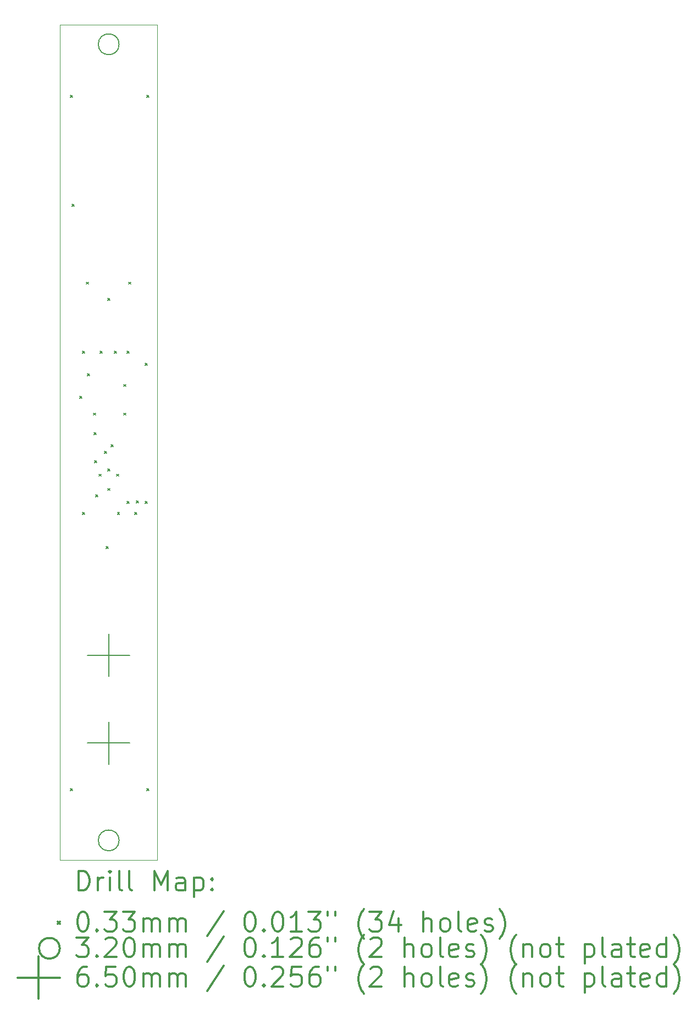
<source format=gbr>
%FSLAX45Y45*%
G04 Gerber Fmt 4.5, Leading zero omitted, Abs format (unit mm)*
G04 Created by KiCad (PCBNEW (5.0.0-rc2-dev-444-g2974a2c10)) date 11/01/19 17:22:59*
%MOMM*%
%LPD*%
G01*
G04 APERTURE LIST*
%ADD10C,0.080000*%
%ADD11C,0.200000*%
%ADD12C,0.300000*%
G04 APERTURE END LIST*
D10*
X8500000Y-15850000D02*
X8500000Y-3000000D01*
X10000000Y-15850000D02*
X8500000Y-15850000D01*
X10000000Y-3000000D02*
X10000000Y-15850000D01*
X8500000Y-3000000D02*
X10000000Y-3000000D01*
D11*
X8658490Y-4087490D02*
X8691510Y-4120510D01*
X8691510Y-4087490D02*
X8658490Y-4120510D01*
X8658490Y-14755490D02*
X8691510Y-14788510D01*
X8691510Y-14755490D02*
X8658490Y-14788510D01*
X8683490Y-5758490D02*
X8716510Y-5791510D01*
X8716510Y-5758490D02*
X8683490Y-5791510D01*
X8803490Y-8713490D02*
X8836510Y-8746510D01*
X8836510Y-8713490D02*
X8803490Y-8746510D01*
X8843250Y-8023490D02*
X8876270Y-8056510D01*
X8876270Y-8023490D02*
X8843250Y-8056510D01*
X8843490Y-10503490D02*
X8876510Y-10536510D01*
X8876510Y-10503490D02*
X8843490Y-10536510D01*
X8908490Y-6958490D02*
X8941510Y-6991510D01*
X8941510Y-6958490D02*
X8908490Y-6991510D01*
X8924290Y-8365490D02*
X8957310Y-8398510D01*
X8957310Y-8365490D02*
X8924290Y-8398510D01*
X9013490Y-8973490D02*
X9046510Y-9006510D01*
X9046510Y-8973490D02*
X9013490Y-9006510D01*
X9023490Y-9273490D02*
X9056510Y-9306510D01*
X9056510Y-9273490D02*
X9023490Y-9306510D01*
X9033490Y-9708490D02*
X9066510Y-9741510D01*
X9066510Y-9708490D02*
X9033490Y-9741510D01*
X9051290Y-10232390D02*
X9084310Y-10265410D01*
X9084310Y-10232390D02*
X9051290Y-10265410D01*
X9103490Y-9913490D02*
X9136510Y-9946510D01*
X9136510Y-9913490D02*
X9103490Y-9946510D01*
X9113490Y-8023490D02*
X9146510Y-8056510D01*
X9146510Y-8023490D02*
X9113490Y-8056510D01*
X9183490Y-9558490D02*
X9216510Y-9591510D01*
X9216510Y-9558490D02*
X9183490Y-9591510D01*
X9213490Y-11023490D02*
X9246510Y-11056510D01*
X9246510Y-11023490D02*
X9213490Y-11056510D01*
X9233490Y-7208490D02*
X9266510Y-7241510D01*
X9266510Y-7208490D02*
X9233490Y-7241510D01*
X9233490Y-9833490D02*
X9266510Y-9866510D01*
X9266510Y-9833490D02*
X9233490Y-9866510D01*
X9233490Y-10133490D02*
X9266510Y-10166510D01*
X9266510Y-10133490D02*
X9233490Y-10166510D01*
X9283490Y-9458490D02*
X9316510Y-9491510D01*
X9316510Y-9458490D02*
X9283490Y-9491510D01*
X9333490Y-8023490D02*
X9366510Y-8056510D01*
X9366510Y-8023490D02*
X9333490Y-8056510D01*
X9373490Y-9913490D02*
X9406510Y-9946510D01*
X9406510Y-9913490D02*
X9373490Y-9946510D01*
X9383490Y-10503490D02*
X9416510Y-10536510D01*
X9416510Y-10503490D02*
X9383490Y-10536510D01*
X9483490Y-8533490D02*
X9516510Y-8566510D01*
X9516510Y-8533490D02*
X9483490Y-8566510D01*
X9483490Y-8973490D02*
X9516510Y-9006510D01*
X9516510Y-8973490D02*
X9483490Y-9006510D01*
X9533490Y-8023490D02*
X9566510Y-8056510D01*
X9566510Y-8023490D02*
X9533490Y-8056510D01*
X9533490Y-10333490D02*
X9566510Y-10366510D01*
X9566510Y-10333490D02*
X9533490Y-10366510D01*
X9558490Y-6958490D02*
X9591510Y-6991510D01*
X9591510Y-6958490D02*
X9558490Y-6991510D01*
X9653490Y-10503490D02*
X9686510Y-10536510D01*
X9686510Y-10503490D02*
X9653490Y-10536510D01*
X9673490Y-10323490D02*
X9706510Y-10356510D01*
X9706510Y-10323490D02*
X9673490Y-10356510D01*
X9808490Y-8208490D02*
X9841510Y-8241510D01*
X9841510Y-8208490D02*
X9808490Y-8241510D01*
X9808490Y-10333490D02*
X9841510Y-10366510D01*
X9841510Y-10333490D02*
X9808490Y-10366510D01*
X9833490Y-4087490D02*
X9866510Y-4120510D01*
X9866510Y-4087490D02*
X9833490Y-4120510D01*
X9833490Y-14755490D02*
X9866510Y-14788510D01*
X9866510Y-14755490D02*
X9833490Y-14788510D01*
X9410000Y-15550000D02*
G75*
G03X9410000Y-15550000I-160000J0D01*
G01*
X9410000Y-3300000D02*
G75*
G03X9410000Y-3300000I-160000J0D01*
G01*
X9250000Y-12375000D02*
X9250000Y-13025000D01*
X8925000Y-12700000D02*
X9575000Y-12700000D01*
X9250000Y-13725000D02*
X9250000Y-14375000D01*
X8925000Y-14050000D02*
X9575000Y-14050000D01*
D12*
X8782428Y-16319714D02*
X8782428Y-16019714D01*
X8853857Y-16019714D01*
X8896714Y-16034000D01*
X8925286Y-16062571D01*
X8939571Y-16091143D01*
X8953857Y-16148286D01*
X8953857Y-16191143D01*
X8939571Y-16248286D01*
X8925286Y-16276857D01*
X8896714Y-16305429D01*
X8853857Y-16319714D01*
X8782428Y-16319714D01*
X9082428Y-16319714D02*
X9082428Y-16119714D01*
X9082428Y-16176857D02*
X9096714Y-16148286D01*
X9111000Y-16134000D01*
X9139571Y-16119714D01*
X9168143Y-16119714D01*
X9268143Y-16319714D02*
X9268143Y-16119714D01*
X9268143Y-16019714D02*
X9253857Y-16034000D01*
X9268143Y-16048286D01*
X9282428Y-16034000D01*
X9268143Y-16019714D01*
X9268143Y-16048286D01*
X9453857Y-16319714D02*
X9425286Y-16305429D01*
X9411000Y-16276857D01*
X9411000Y-16019714D01*
X9611000Y-16319714D02*
X9582428Y-16305429D01*
X9568143Y-16276857D01*
X9568143Y-16019714D01*
X9953857Y-16319714D02*
X9953857Y-16019714D01*
X10053857Y-16234000D01*
X10153857Y-16019714D01*
X10153857Y-16319714D01*
X10425286Y-16319714D02*
X10425286Y-16162571D01*
X10411000Y-16134000D01*
X10382428Y-16119714D01*
X10325286Y-16119714D01*
X10296714Y-16134000D01*
X10425286Y-16305429D02*
X10396714Y-16319714D01*
X10325286Y-16319714D01*
X10296714Y-16305429D01*
X10282428Y-16276857D01*
X10282428Y-16248286D01*
X10296714Y-16219714D01*
X10325286Y-16205429D01*
X10396714Y-16205429D01*
X10425286Y-16191143D01*
X10568143Y-16119714D02*
X10568143Y-16419714D01*
X10568143Y-16134000D02*
X10596714Y-16119714D01*
X10653857Y-16119714D01*
X10682428Y-16134000D01*
X10696714Y-16148286D01*
X10711000Y-16176857D01*
X10711000Y-16262571D01*
X10696714Y-16291143D01*
X10682428Y-16305429D01*
X10653857Y-16319714D01*
X10596714Y-16319714D01*
X10568143Y-16305429D01*
X10839571Y-16291143D02*
X10853857Y-16305429D01*
X10839571Y-16319714D01*
X10825286Y-16305429D01*
X10839571Y-16291143D01*
X10839571Y-16319714D01*
X10839571Y-16134000D02*
X10853857Y-16148286D01*
X10839571Y-16162571D01*
X10825286Y-16148286D01*
X10839571Y-16134000D01*
X10839571Y-16162571D01*
X8462980Y-16797490D02*
X8496000Y-16830510D01*
X8496000Y-16797490D02*
X8462980Y-16830510D01*
X8839571Y-16649714D02*
X8868143Y-16649714D01*
X8896714Y-16664000D01*
X8911000Y-16678286D01*
X8925286Y-16706857D01*
X8939571Y-16764000D01*
X8939571Y-16835429D01*
X8925286Y-16892572D01*
X8911000Y-16921143D01*
X8896714Y-16935429D01*
X8868143Y-16949714D01*
X8839571Y-16949714D01*
X8811000Y-16935429D01*
X8796714Y-16921143D01*
X8782428Y-16892572D01*
X8768143Y-16835429D01*
X8768143Y-16764000D01*
X8782428Y-16706857D01*
X8796714Y-16678286D01*
X8811000Y-16664000D01*
X8839571Y-16649714D01*
X9068143Y-16921143D02*
X9082428Y-16935429D01*
X9068143Y-16949714D01*
X9053857Y-16935429D01*
X9068143Y-16921143D01*
X9068143Y-16949714D01*
X9182428Y-16649714D02*
X9368143Y-16649714D01*
X9268143Y-16764000D01*
X9311000Y-16764000D01*
X9339571Y-16778286D01*
X9353857Y-16792572D01*
X9368143Y-16821143D01*
X9368143Y-16892572D01*
X9353857Y-16921143D01*
X9339571Y-16935429D01*
X9311000Y-16949714D01*
X9225286Y-16949714D01*
X9196714Y-16935429D01*
X9182428Y-16921143D01*
X9468143Y-16649714D02*
X9653857Y-16649714D01*
X9553857Y-16764000D01*
X9596714Y-16764000D01*
X9625286Y-16778286D01*
X9639571Y-16792572D01*
X9653857Y-16821143D01*
X9653857Y-16892572D01*
X9639571Y-16921143D01*
X9625286Y-16935429D01*
X9596714Y-16949714D01*
X9511000Y-16949714D01*
X9482428Y-16935429D01*
X9468143Y-16921143D01*
X9782428Y-16949714D02*
X9782428Y-16749714D01*
X9782428Y-16778286D02*
X9796714Y-16764000D01*
X9825286Y-16749714D01*
X9868143Y-16749714D01*
X9896714Y-16764000D01*
X9911000Y-16792572D01*
X9911000Y-16949714D01*
X9911000Y-16792572D02*
X9925286Y-16764000D01*
X9953857Y-16749714D01*
X9996714Y-16749714D01*
X10025286Y-16764000D01*
X10039571Y-16792572D01*
X10039571Y-16949714D01*
X10182428Y-16949714D02*
X10182428Y-16749714D01*
X10182428Y-16778286D02*
X10196714Y-16764000D01*
X10225286Y-16749714D01*
X10268143Y-16749714D01*
X10296714Y-16764000D01*
X10311000Y-16792572D01*
X10311000Y-16949714D01*
X10311000Y-16792572D02*
X10325286Y-16764000D01*
X10353857Y-16749714D01*
X10396714Y-16749714D01*
X10425286Y-16764000D01*
X10439571Y-16792572D01*
X10439571Y-16949714D01*
X11025286Y-16635429D02*
X10768143Y-17021143D01*
X11411000Y-16649714D02*
X11439571Y-16649714D01*
X11468143Y-16664000D01*
X11482428Y-16678286D01*
X11496714Y-16706857D01*
X11511000Y-16764000D01*
X11511000Y-16835429D01*
X11496714Y-16892572D01*
X11482428Y-16921143D01*
X11468143Y-16935429D01*
X11439571Y-16949714D01*
X11411000Y-16949714D01*
X11382428Y-16935429D01*
X11368143Y-16921143D01*
X11353857Y-16892572D01*
X11339571Y-16835429D01*
X11339571Y-16764000D01*
X11353857Y-16706857D01*
X11368143Y-16678286D01*
X11382428Y-16664000D01*
X11411000Y-16649714D01*
X11639571Y-16921143D02*
X11653857Y-16935429D01*
X11639571Y-16949714D01*
X11625286Y-16935429D01*
X11639571Y-16921143D01*
X11639571Y-16949714D01*
X11839571Y-16649714D02*
X11868143Y-16649714D01*
X11896714Y-16664000D01*
X11911000Y-16678286D01*
X11925286Y-16706857D01*
X11939571Y-16764000D01*
X11939571Y-16835429D01*
X11925286Y-16892572D01*
X11911000Y-16921143D01*
X11896714Y-16935429D01*
X11868143Y-16949714D01*
X11839571Y-16949714D01*
X11811000Y-16935429D01*
X11796714Y-16921143D01*
X11782428Y-16892572D01*
X11768143Y-16835429D01*
X11768143Y-16764000D01*
X11782428Y-16706857D01*
X11796714Y-16678286D01*
X11811000Y-16664000D01*
X11839571Y-16649714D01*
X12225286Y-16949714D02*
X12053857Y-16949714D01*
X12139571Y-16949714D02*
X12139571Y-16649714D01*
X12111000Y-16692571D01*
X12082428Y-16721143D01*
X12053857Y-16735429D01*
X12325286Y-16649714D02*
X12511000Y-16649714D01*
X12411000Y-16764000D01*
X12453857Y-16764000D01*
X12482428Y-16778286D01*
X12496714Y-16792572D01*
X12511000Y-16821143D01*
X12511000Y-16892572D01*
X12496714Y-16921143D01*
X12482428Y-16935429D01*
X12453857Y-16949714D01*
X12368143Y-16949714D01*
X12339571Y-16935429D01*
X12325286Y-16921143D01*
X12625286Y-16649714D02*
X12625286Y-16706857D01*
X12739571Y-16649714D02*
X12739571Y-16706857D01*
X13182428Y-17064000D02*
X13168143Y-17049714D01*
X13139571Y-17006857D01*
X13125286Y-16978286D01*
X13111000Y-16935429D01*
X13096714Y-16864000D01*
X13096714Y-16806857D01*
X13111000Y-16735429D01*
X13125286Y-16692571D01*
X13139571Y-16664000D01*
X13168143Y-16621143D01*
X13182428Y-16606857D01*
X13268143Y-16649714D02*
X13453857Y-16649714D01*
X13353857Y-16764000D01*
X13396714Y-16764000D01*
X13425286Y-16778286D01*
X13439571Y-16792572D01*
X13453857Y-16821143D01*
X13453857Y-16892572D01*
X13439571Y-16921143D01*
X13425286Y-16935429D01*
X13396714Y-16949714D01*
X13311000Y-16949714D01*
X13282428Y-16935429D01*
X13268143Y-16921143D01*
X13711000Y-16749714D02*
X13711000Y-16949714D01*
X13639571Y-16635429D02*
X13568143Y-16849714D01*
X13753857Y-16849714D01*
X14096714Y-16949714D02*
X14096714Y-16649714D01*
X14225286Y-16949714D02*
X14225286Y-16792572D01*
X14211000Y-16764000D01*
X14182428Y-16749714D01*
X14139571Y-16749714D01*
X14111000Y-16764000D01*
X14096714Y-16778286D01*
X14411000Y-16949714D02*
X14382428Y-16935429D01*
X14368143Y-16921143D01*
X14353857Y-16892572D01*
X14353857Y-16806857D01*
X14368143Y-16778286D01*
X14382428Y-16764000D01*
X14411000Y-16749714D01*
X14453857Y-16749714D01*
X14482428Y-16764000D01*
X14496714Y-16778286D01*
X14511000Y-16806857D01*
X14511000Y-16892572D01*
X14496714Y-16921143D01*
X14482428Y-16935429D01*
X14453857Y-16949714D01*
X14411000Y-16949714D01*
X14682428Y-16949714D02*
X14653857Y-16935429D01*
X14639571Y-16906857D01*
X14639571Y-16649714D01*
X14911000Y-16935429D02*
X14882428Y-16949714D01*
X14825286Y-16949714D01*
X14796714Y-16935429D01*
X14782428Y-16906857D01*
X14782428Y-16792572D01*
X14796714Y-16764000D01*
X14825286Y-16749714D01*
X14882428Y-16749714D01*
X14911000Y-16764000D01*
X14925286Y-16792572D01*
X14925286Y-16821143D01*
X14782428Y-16849714D01*
X15039571Y-16935429D02*
X15068143Y-16949714D01*
X15125286Y-16949714D01*
X15153857Y-16935429D01*
X15168143Y-16906857D01*
X15168143Y-16892572D01*
X15153857Y-16864000D01*
X15125286Y-16849714D01*
X15082428Y-16849714D01*
X15053857Y-16835429D01*
X15039571Y-16806857D01*
X15039571Y-16792572D01*
X15053857Y-16764000D01*
X15082428Y-16749714D01*
X15125286Y-16749714D01*
X15153857Y-16764000D01*
X15268143Y-17064000D02*
X15282428Y-17049714D01*
X15311000Y-17006857D01*
X15325286Y-16978286D01*
X15339571Y-16935429D01*
X15353857Y-16864000D01*
X15353857Y-16806857D01*
X15339571Y-16735429D01*
X15325286Y-16692571D01*
X15311000Y-16664000D01*
X15282428Y-16621143D01*
X15268143Y-16606857D01*
X8496000Y-17210000D02*
G75*
G03X8496000Y-17210000I-160000J0D01*
G01*
X8753857Y-17045714D02*
X8939571Y-17045714D01*
X8839571Y-17160000D01*
X8882428Y-17160000D01*
X8911000Y-17174286D01*
X8925286Y-17188572D01*
X8939571Y-17217143D01*
X8939571Y-17288572D01*
X8925286Y-17317143D01*
X8911000Y-17331429D01*
X8882428Y-17345714D01*
X8796714Y-17345714D01*
X8768143Y-17331429D01*
X8753857Y-17317143D01*
X9068143Y-17317143D02*
X9082428Y-17331429D01*
X9068143Y-17345714D01*
X9053857Y-17331429D01*
X9068143Y-17317143D01*
X9068143Y-17345714D01*
X9196714Y-17074286D02*
X9211000Y-17060000D01*
X9239571Y-17045714D01*
X9311000Y-17045714D01*
X9339571Y-17060000D01*
X9353857Y-17074286D01*
X9368143Y-17102857D01*
X9368143Y-17131429D01*
X9353857Y-17174286D01*
X9182428Y-17345714D01*
X9368143Y-17345714D01*
X9553857Y-17045714D02*
X9582428Y-17045714D01*
X9611000Y-17060000D01*
X9625286Y-17074286D01*
X9639571Y-17102857D01*
X9653857Y-17160000D01*
X9653857Y-17231429D01*
X9639571Y-17288572D01*
X9625286Y-17317143D01*
X9611000Y-17331429D01*
X9582428Y-17345714D01*
X9553857Y-17345714D01*
X9525286Y-17331429D01*
X9511000Y-17317143D01*
X9496714Y-17288572D01*
X9482428Y-17231429D01*
X9482428Y-17160000D01*
X9496714Y-17102857D01*
X9511000Y-17074286D01*
X9525286Y-17060000D01*
X9553857Y-17045714D01*
X9782428Y-17345714D02*
X9782428Y-17145714D01*
X9782428Y-17174286D02*
X9796714Y-17160000D01*
X9825286Y-17145714D01*
X9868143Y-17145714D01*
X9896714Y-17160000D01*
X9911000Y-17188572D01*
X9911000Y-17345714D01*
X9911000Y-17188572D02*
X9925286Y-17160000D01*
X9953857Y-17145714D01*
X9996714Y-17145714D01*
X10025286Y-17160000D01*
X10039571Y-17188572D01*
X10039571Y-17345714D01*
X10182428Y-17345714D02*
X10182428Y-17145714D01*
X10182428Y-17174286D02*
X10196714Y-17160000D01*
X10225286Y-17145714D01*
X10268143Y-17145714D01*
X10296714Y-17160000D01*
X10311000Y-17188572D01*
X10311000Y-17345714D01*
X10311000Y-17188572D02*
X10325286Y-17160000D01*
X10353857Y-17145714D01*
X10396714Y-17145714D01*
X10425286Y-17160000D01*
X10439571Y-17188572D01*
X10439571Y-17345714D01*
X11025286Y-17031429D02*
X10768143Y-17417143D01*
X11411000Y-17045714D02*
X11439571Y-17045714D01*
X11468143Y-17060000D01*
X11482428Y-17074286D01*
X11496714Y-17102857D01*
X11511000Y-17160000D01*
X11511000Y-17231429D01*
X11496714Y-17288572D01*
X11482428Y-17317143D01*
X11468143Y-17331429D01*
X11439571Y-17345714D01*
X11411000Y-17345714D01*
X11382428Y-17331429D01*
X11368143Y-17317143D01*
X11353857Y-17288572D01*
X11339571Y-17231429D01*
X11339571Y-17160000D01*
X11353857Y-17102857D01*
X11368143Y-17074286D01*
X11382428Y-17060000D01*
X11411000Y-17045714D01*
X11639571Y-17317143D02*
X11653857Y-17331429D01*
X11639571Y-17345714D01*
X11625286Y-17331429D01*
X11639571Y-17317143D01*
X11639571Y-17345714D01*
X11939571Y-17345714D02*
X11768143Y-17345714D01*
X11853857Y-17345714D02*
X11853857Y-17045714D01*
X11825286Y-17088572D01*
X11796714Y-17117143D01*
X11768143Y-17131429D01*
X12053857Y-17074286D02*
X12068143Y-17060000D01*
X12096714Y-17045714D01*
X12168143Y-17045714D01*
X12196714Y-17060000D01*
X12211000Y-17074286D01*
X12225286Y-17102857D01*
X12225286Y-17131429D01*
X12211000Y-17174286D01*
X12039571Y-17345714D01*
X12225286Y-17345714D01*
X12482428Y-17045714D02*
X12425286Y-17045714D01*
X12396714Y-17060000D01*
X12382428Y-17074286D01*
X12353857Y-17117143D01*
X12339571Y-17174286D01*
X12339571Y-17288572D01*
X12353857Y-17317143D01*
X12368143Y-17331429D01*
X12396714Y-17345714D01*
X12453857Y-17345714D01*
X12482428Y-17331429D01*
X12496714Y-17317143D01*
X12511000Y-17288572D01*
X12511000Y-17217143D01*
X12496714Y-17188572D01*
X12482428Y-17174286D01*
X12453857Y-17160000D01*
X12396714Y-17160000D01*
X12368143Y-17174286D01*
X12353857Y-17188572D01*
X12339571Y-17217143D01*
X12625286Y-17045714D02*
X12625286Y-17102857D01*
X12739571Y-17045714D02*
X12739571Y-17102857D01*
X13182428Y-17460000D02*
X13168143Y-17445714D01*
X13139571Y-17402857D01*
X13125286Y-17374286D01*
X13111000Y-17331429D01*
X13096714Y-17260000D01*
X13096714Y-17202857D01*
X13111000Y-17131429D01*
X13125286Y-17088572D01*
X13139571Y-17060000D01*
X13168143Y-17017143D01*
X13182428Y-17002857D01*
X13282428Y-17074286D02*
X13296714Y-17060000D01*
X13325286Y-17045714D01*
X13396714Y-17045714D01*
X13425286Y-17060000D01*
X13439571Y-17074286D01*
X13453857Y-17102857D01*
X13453857Y-17131429D01*
X13439571Y-17174286D01*
X13268143Y-17345714D01*
X13453857Y-17345714D01*
X13811000Y-17345714D02*
X13811000Y-17045714D01*
X13939571Y-17345714D02*
X13939571Y-17188572D01*
X13925286Y-17160000D01*
X13896714Y-17145714D01*
X13853857Y-17145714D01*
X13825286Y-17160000D01*
X13811000Y-17174286D01*
X14125286Y-17345714D02*
X14096714Y-17331429D01*
X14082428Y-17317143D01*
X14068143Y-17288572D01*
X14068143Y-17202857D01*
X14082428Y-17174286D01*
X14096714Y-17160000D01*
X14125286Y-17145714D01*
X14168143Y-17145714D01*
X14196714Y-17160000D01*
X14211000Y-17174286D01*
X14225286Y-17202857D01*
X14225286Y-17288572D01*
X14211000Y-17317143D01*
X14196714Y-17331429D01*
X14168143Y-17345714D01*
X14125286Y-17345714D01*
X14396714Y-17345714D02*
X14368143Y-17331429D01*
X14353857Y-17302857D01*
X14353857Y-17045714D01*
X14625286Y-17331429D02*
X14596714Y-17345714D01*
X14539571Y-17345714D01*
X14511000Y-17331429D01*
X14496714Y-17302857D01*
X14496714Y-17188572D01*
X14511000Y-17160000D01*
X14539571Y-17145714D01*
X14596714Y-17145714D01*
X14625286Y-17160000D01*
X14639571Y-17188572D01*
X14639571Y-17217143D01*
X14496714Y-17245714D01*
X14753857Y-17331429D02*
X14782428Y-17345714D01*
X14839571Y-17345714D01*
X14868143Y-17331429D01*
X14882428Y-17302857D01*
X14882428Y-17288572D01*
X14868143Y-17260000D01*
X14839571Y-17245714D01*
X14796714Y-17245714D01*
X14768143Y-17231429D01*
X14753857Y-17202857D01*
X14753857Y-17188572D01*
X14768143Y-17160000D01*
X14796714Y-17145714D01*
X14839571Y-17145714D01*
X14868143Y-17160000D01*
X14982428Y-17460000D02*
X14996714Y-17445714D01*
X15025286Y-17402857D01*
X15039571Y-17374286D01*
X15053857Y-17331429D01*
X15068143Y-17260000D01*
X15068143Y-17202857D01*
X15053857Y-17131429D01*
X15039571Y-17088572D01*
X15025286Y-17060000D01*
X14996714Y-17017143D01*
X14982428Y-17002857D01*
X15525286Y-17460000D02*
X15511000Y-17445714D01*
X15482428Y-17402857D01*
X15468143Y-17374286D01*
X15453857Y-17331429D01*
X15439571Y-17260000D01*
X15439571Y-17202857D01*
X15453857Y-17131429D01*
X15468143Y-17088572D01*
X15482428Y-17060000D01*
X15511000Y-17017143D01*
X15525286Y-17002857D01*
X15639571Y-17145714D02*
X15639571Y-17345714D01*
X15639571Y-17174286D02*
X15653857Y-17160000D01*
X15682428Y-17145714D01*
X15725286Y-17145714D01*
X15753857Y-17160000D01*
X15768143Y-17188572D01*
X15768143Y-17345714D01*
X15953857Y-17345714D02*
X15925286Y-17331429D01*
X15911000Y-17317143D01*
X15896714Y-17288572D01*
X15896714Y-17202857D01*
X15911000Y-17174286D01*
X15925286Y-17160000D01*
X15953857Y-17145714D01*
X15996714Y-17145714D01*
X16025286Y-17160000D01*
X16039571Y-17174286D01*
X16053857Y-17202857D01*
X16053857Y-17288572D01*
X16039571Y-17317143D01*
X16025286Y-17331429D01*
X15996714Y-17345714D01*
X15953857Y-17345714D01*
X16139571Y-17145714D02*
X16253857Y-17145714D01*
X16182428Y-17045714D02*
X16182428Y-17302857D01*
X16196714Y-17331429D01*
X16225286Y-17345714D01*
X16253857Y-17345714D01*
X16582428Y-17145714D02*
X16582428Y-17445714D01*
X16582428Y-17160000D02*
X16611000Y-17145714D01*
X16668143Y-17145714D01*
X16696714Y-17160000D01*
X16711000Y-17174286D01*
X16725286Y-17202857D01*
X16725286Y-17288572D01*
X16711000Y-17317143D01*
X16696714Y-17331429D01*
X16668143Y-17345714D01*
X16611000Y-17345714D01*
X16582428Y-17331429D01*
X16896714Y-17345714D02*
X16868143Y-17331429D01*
X16853857Y-17302857D01*
X16853857Y-17045714D01*
X17139571Y-17345714D02*
X17139571Y-17188572D01*
X17125286Y-17160000D01*
X17096714Y-17145714D01*
X17039571Y-17145714D01*
X17011000Y-17160000D01*
X17139571Y-17331429D02*
X17111000Y-17345714D01*
X17039571Y-17345714D01*
X17011000Y-17331429D01*
X16996714Y-17302857D01*
X16996714Y-17274286D01*
X17011000Y-17245714D01*
X17039571Y-17231429D01*
X17111000Y-17231429D01*
X17139571Y-17217143D01*
X17239571Y-17145714D02*
X17353857Y-17145714D01*
X17282428Y-17045714D02*
X17282428Y-17302857D01*
X17296714Y-17331429D01*
X17325286Y-17345714D01*
X17353857Y-17345714D01*
X17568143Y-17331429D02*
X17539571Y-17345714D01*
X17482428Y-17345714D01*
X17453857Y-17331429D01*
X17439571Y-17302857D01*
X17439571Y-17188572D01*
X17453857Y-17160000D01*
X17482428Y-17145714D01*
X17539571Y-17145714D01*
X17568143Y-17160000D01*
X17582428Y-17188572D01*
X17582428Y-17217143D01*
X17439571Y-17245714D01*
X17839571Y-17345714D02*
X17839571Y-17045714D01*
X17839571Y-17331429D02*
X17811000Y-17345714D01*
X17753857Y-17345714D01*
X17725286Y-17331429D01*
X17711000Y-17317143D01*
X17696714Y-17288572D01*
X17696714Y-17202857D01*
X17711000Y-17174286D01*
X17725286Y-17160000D01*
X17753857Y-17145714D01*
X17811000Y-17145714D01*
X17839571Y-17160000D01*
X17953857Y-17460000D02*
X17968143Y-17445714D01*
X17996714Y-17402857D01*
X18011000Y-17374286D01*
X18025286Y-17331429D01*
X18039571Y-17260000D01*
X18039571Y-17202857D01*
X18025286Y-17131429D01*
X18011000Y-17088572D01*
X17996714Y-17060000D01*
X17968143Y-17017143D01*
X17953857Y-17002857D01*
X8171000Y-17335000D02*
X8171000Y-17985000D01*
X7846000Y-17660000D02*
X8496000Y-17660000D01*
X8911000Y-17495714D02*
X8853857Y-17495714D01*
X8825286Y-17510000D01*
X8811000Y-17524286D01*
X8782428Y-17567143D01*
X8768143Y-17624286D01*
X8768143Y-17738572D01*
X8782428Y-17767143D01*
X8796714Y-17781429D01*
X8825286Y-17795714D01*
X8882428Y-17795714D01*
X8911000Y-17781429D01*
X8925286Y-17767143D01*
X8939571Y-17738572D01*
X8939571Y-17667143D01*
X8925286Y-17638572D01*
X8911000Y-17624286D01*
X8882428Y-17610000D01*
X8825286Y-17610000D01*
X8796714Y-17624286D01*
X8782428Y-17638572D01*
X8768143Y-17667143D01*
X9068143Y-17767143D02*
X9082428Y-17781429D01*
X9068143Y-17795714D01*
X9053857Y-17781429D01*
X9068143Y-17767143D01*
X9068143Y-17795714D01*
X9353857Y-17495714D02*
X9211000Y-17495714D01*
X9196714Y-17638572D01*
X9211000Y-17624286D01*
X9239571Y-17610000D01*
X9311000Y-17610000D01*
X9339571Y-17624286D01*
X9353857Y-17638572D01*
X9368143Y-17667143D01*
X9368143Y-17738572D01*
X9353857Y-17767143D01*
X9339571Y-17781429D01*
X9311000Y-17795714D01*
X9239571Y-17795714D01*
X9211000Y-17781429D01*
X9196714Y-17767143D01*
X9553857Y-17495714D02*
X9582428Y-17495714D01*
X9611000Y-17510000D01*
X9625286Y-17524286D01*
X9639571Y-17552857D01*
X9653857Y-17610000D01*
X9653857Y-17681429D01*
X9639571Y-17738572D01*
X9625286Y-17767143D01*
X9611000Y-17781429D01*
X9582428Y-17795714D01*
X9553857Y-17795714D01*
X9525286Y-17781429D01*
X9511000Y-17767143D01*
X9496714Y-17738572D01*
X9482428Y-17681429D01*
X9482428Y-17610000D01*
X9496714Y-17552857D01*
X9511000Y-17524286D01*
X9525286Y-17510000D01*
X9553857Y-17495714D01*
X9782428Y-17795714D02*
X9782428Y-17595714D01*
X9782428Y-17624286D02*
X9796714Y-17610000D01*
X9825286Y-17595714D01*
X9868143Y-17595714D01*
X9896714Y-17610000D01*
X9911000Y-17638572D01*
X9911000Y-17795714D01*
X9911000Y-17638572D02*
X9925286Y-17610000D01*
X9953857Y-17595714D01*
X9996714Y-17595714D01*
X10025286Y-17610000D01*
X10039571Y-17638572D01*
X10039571Y-17795714D01*
X10182428Y-17795714D02*
X10182428Y-17595714D01*
X10182428Y-17624286D02*
X10196714Y-17610000D01*
X10225286Y-17595714D01*
X10268143Y-17595714D01*
X10296714Y-17610000D01*
X10311000Y-17638572D01*
X10311000Y-17795714D01*
X10311000Y-17638572D02*
X10325286Y-17610000D01*
X10353857Y-17595714D01*
X10396714Y-17595714D01*
X10425286Y-17610000D01*
X10439571Y-17638572D01*
X10439571Y-17795714D01*
X11025286Y-17481429D02*
X10768143Y-17867143D01*
X11411000Y-17495714D02*
X11439571Y-17495714D01*
X11468143Y-17510000D01*
X11482428Y-17524286D01*
X11496714Y-17552857D01*
X11511000Y-17610000D01*
X11511000Y-17681429D01*
X11496714Y-17738572D01*
X11482428Y-17767143D01*
X11468143Y-17781429D01*
X11439571Y-17795714D01*
X11411000Y-17795714D01*
X11382428Y-17781429D01*
X11368143Y-17767143D01*
X11353857Y-17738572D01*
X11339571Y-17681429D01*
X11339571Y-17610000D01*
X11353857Y-17552857D01*
X11368143Y-17524286D01*
X11382428Y-17510000D01*
X11411000Y-17495714D01*
X11639571Y-17767143D02*
X11653857Y-17781429D01*
X11639571Y-17795714D01*
X11625286Y-17781429D01*
X11639571Y-17767143D01*
X11639571Y-17795714D01*
X11768143Y-17524286D02*
X11782428Y-17510000D01*
X11811000Y-17495714D01*
X11882428Y-17495714D01*
X11911000Y-17510000D01*
X11925286Y-17524286D01*
X11939571Y-17552857D01*
X11939571Y-17581429D01*
X11925286Y-17624286D01*
X11753857Y-17795714D01*
X11939571Y-17795714D01*
X12211000Y-17495714D02*
X12068143Y-17495714D01*
X12053857Y-17638572D01*
X12068143Y-17624286D01*
X12096714Y-17610000D01*
X12168143Y-17610000D01*
X12196714Y-17624286D01*
X12211000Y-17638572D01*
X12225286Y-17667143D01*
X12225286Y-17738572D01*
X12211000Y-17767143D01*
X12196714Y-17781429D01*
X12168143Y-17795714D01*
X12096714Y-17795714D01*
X12068143Y-17781429D01*
X12053857Y-17767143D01*
X12482428Y-17495714D02*
X12425286Y-17495714D01*
X12396714Y-17510000D01*
X12382428Y-17524286D01*
X12353857Y-17567143D01*
X12339571Y-17624286D01*
X12339571Y-17738572D01*
X12353857Y-17767143D01*
X12368143Y-17781429D01*
X12396714Y-17795714D01*
X12453857Y-17795714D01*
X12482428Y-17781429D01*
X12496714Y-17767143D01*
X12511000Y-17738572D01*
X12511000Y-17667143D01*
X12496714Y-17638572D01*
X12482428Y-17624286D01*
X12453857Y-17610000D01*
X12396714Y-17610000D01*
X12368143Y-17624286D01*
X12353857Y-17638572D01*
X12339571Y-17667143D01*
X12625286Y-17495714D02*
X12625286Y-17552857D01*
X12739571Y-17495714D02*
X12739571Y-17552857D01*
X13182428Y-17910000D02*
X13168143Y-17895714D01*
X13139571Y-17852857D01*
X13125286Y-17824286D01*
X13111000Y-17781429D01*
X13096714Y-17710000D01*
X13096714Y-17652857D01*
X13111000Y-17581429D01*
X13125286Y-17538572D01*
X13139571Y-17510000D01*
X13168143Y-17467143D01*
X13182428Y-17452857D01*
X13282428Y-17524286D02*
X13296714Y-17510000D01*
X13325286Y-17495714D01*
X13396714Y-17495714D01*
X13425286Y-17510000D01*
X13439571Y-17524286D01*
X13453857Y-17552857D01*
X13453857Y-17581429D01*
X13439571Y-17624286D01*
X13268143Y-17795714D01*
X13453857Y-17795714D01*
X13811000Y-17795714D02*
X13811000Y-17495714D01*
X13939571Y-17795714D02*
X13939571Y-17638572D01*
X13925286Y-17610000D01*
X13896714Y-17595714D01*
X13853857Y-17595714D01*
X13825286Y-17610000D01*
X13811000Y-17624286D01*
X14125286Y-17795714D02*
X14096714Y-17781429D01*
X14082428Y-17767143D01*
X14068143Y-17738572D01*
X14068143Y-17652857D01*
X14082428Y-17624286D01*
X14096714Y-17610000D01*
X14125286Y-17595714D01*
X14168143Y-17595714D01*
X14196714Y-17610000D01*
X14211000Y-17624286D01*
X14225286Y-17652857D01*
X14225286Y-17738572D01*
X14211000Y-17767143D01*
X14196714Y-17781429D01*
X14168143Y-17795714D01*
X14125286Y-17795714D01*
X14396714Y-17795714D02*
X14368143Y-17781429D01*
X14353857Y-17752857D01*
X14353857Y-17495714D01*
X14625286Y-17781429D02*
X14596714Y-17795714D01*
X14539571Y-17795714D01*
X14511000Y-17781429D01*
X14496714Y-17752857D01*
X14496714Y-17638572D01*
X14511000Y-17610000D01*
X14539571Y-17595714D01*
X14596714Y-17595714D01*
X14625286Y-17610000D01*
X14639571Y-17638572D01*
X14639571Y-17667143D01*
X14496714Y-17695714D01*
X14753857Y-17781429D02*
X14782428Y-17795714D01*
X14839571Y-17795714D01*
X14868143Y-17781429D01*
X14882428Y-17752857D01*
X14882428Y-17738572D01*
X14868143Y-17710000D01*
X14839571Y-17695714D01*
X14796714Y-17695714D01*
X14768143Y-17681429D01*
X14753857Y-17652857D01*
X14753857Y-17638572D01*
X14768143Y-17610000D01*
X14796714Y-17595714D01*
X14839571Y-17595714D01*
X14868143Y-17610000D01*
X14982428Y-17910000D02*
X14996714Y-17895714D01*
X15025286Y-17852857D01*
X15039571Y-17824286D01*
X15053857Y-17781429D01*
X15068143Y-17710000D01*
X15068143Y-17652857D01*
X15053857Y-17581429D01*
X15039571Y-17538572D01*
X15025286Y-17510000D01*
X14996714Y-17467143D01*
X14982428Y-17452857D01*
X15525286Y-17910000D02*
X15511000Y-17895714D01*
X15482428Y-17852857D01*
X15468143Y-17824286D01*
X15453857Y-17781429D01*
X15439571Y-17710000D01*
X15439571Y-17652857D01*
X15453857Y-17581429D01*
X15468143Y-17538572D01*
X15482428Y-17510000D01*
X15511000Y-17467143D01*
X15525286Y-17452857D01*
X15639571Y-17595714D02*
X15639571Y-17795714D01*
X15639571Y-17624286D02*
X15653857Y-17610000D01*
X15682428Y-17595714D01*
X15725286Y-17595714D01*
X15753857Y-17610000D01*
X15768143Y-17638572D01*
X15768143Y-17795714D01*
X15953857Y-17795714D02*
X15925286Y-17781429D01*
X15911000Y-17767143D01*
X15896714Y-17738572D01*
X15896714Y-17652857D01*
X15911000Y-17624286D01*
X15925286Y-17610000D01*
X15953857Y-17595714D01*
X15996714Y-17595714D01*
X16025286Y-17610000D01*
X16039571Y-17624286D01*
X16053857Y-17652857D01*
X16053857Y-17738572D01*
X16039571Y-17767143D01*
X16025286Y-17781429D01*
X15996714Y-17795714D01*
X15953857Y-17795714D01*
X16139571Y-17595714D02*
X16253857Y-17595714D01*
X16182428Y-17495714D02*
X16182428Y-17752857D01*
X16196714Y-17781429D01*
X16225286Y-17795714D01*
X16253857Y-17795714D01*
X16582428Y-17595714D02*
X16582428Y-17895714D01*
X16582428Y-17610000D02*
X16611000Y-17595714D01*
X16668143Y-17595714D01*
X16696714Y-17610000D01*
X16711000Y-17624286D01*
X16725286Y-17652857D01*
X16725286Y-17738572D01*
X16711000Y-17767143D01*
X16696714Y-17781429D01*
X16668143Y-17795714D01*
X16611000Y-17795714D01*
X16582428Y-17781429D01*
X16896714Y-17795714D02*
X16868143Y-17781429D01*
X16853857Y-17752857D01*
X16853857Y-17495714D01*
X17139571Y-17795714D02*
X17139571Y-17638572D01*
X17125286Y-17610000D01*
X17096714Y-17595714D01*
X17039571Y-17595714D01*
X17011000Y-17610000D01*
X17139571Y-17781429D02*
X17111000Y-17795714D01*
X17039571Y-17795714D01*
X17011000Y-17781429D01*
X16996714Y-17752857D01*
X16996714Y-17724286D01*
X17011000Y-17695714D01*
X17039571Y-17681429D01*
X17111000Y-17681429D01*
X17139571Y-17667143D01*
X17239571Y-17595714D02*
X17353857Y-17595714D01*
X17282428Y-17495714D02*
X17282428Y-17752857D01*
X17296714Y-17781429D01*
X17325286Y-17795714D01*
X17353857Y-17795714D01*
X17568143Y-17781429D02*
X17539571Y-17795714D01*
X17482428Y-17795714D01*
X17453857Y-17781429D01*
X17439571Y-17752857D01*
X17439571Y-17638572D01*
X17453857Y-17610000D01*
X17482428Y-17595714D01*
X17539571Y-17595714D01*
X17568143Y-17610000D01*
X17582428Y-17638572D01*
X17582428Y-17667143D01*
X17439571Y-17695714D01*
X17839571Y-17795714D02*
X17839571Y-17495714D01*
X17839571Y-17781429D02*
X17811000Y-17795714D01*
X17753857Y-17795714D01*
X17725286Y-17781429D01*
X17711000Y-17767143D01*
X17696714Y-17738572D01*
X17696714Y-17652857D01*
X17711000Y-17624286D01*
X17725286Y-17610000D01*
X17753857Y-17595714D01*
X17811000Y-17595714D01*
X17839571Y-17610000D01*
X17953857Y-17910000D02*
X17968143Y-17895714D01*
X17996714Y-17852857D01*
X18011000Y-17824286D01*
X18025286Y-17781429D01*
X18039571Y-17710000D01*
X18039571Y-17652857D01*
X18025286Y-17581429D01*
X18011000Y-17538572D01*
X17996714Y-17510000D01*
X17968143Y-17467143D01*
X17953857Y-17452857D01*
M02*

</source>
